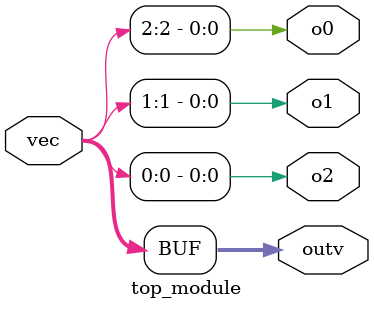
<source format=sv>
module top_module(
    input [2:0] vec,
    output [2:0] outv,
    output o2,
    output o1,
    output o0
);

    assign {o0, o1, o2} = vec;
    assign outv = vec;
    
endmodule

</source>
